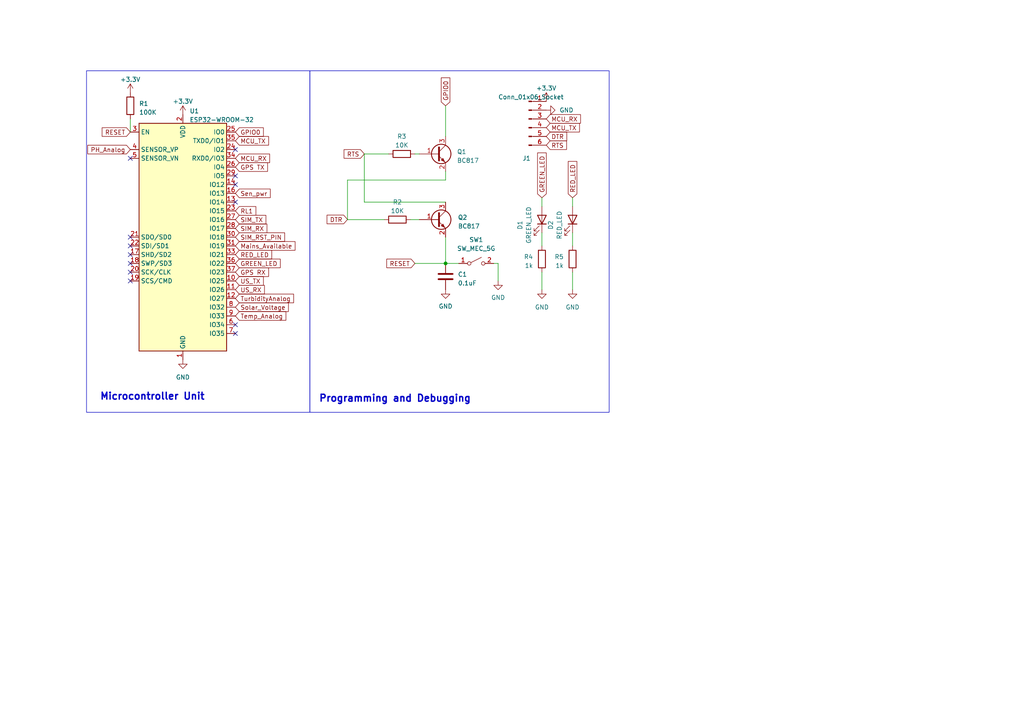
<source format=kicad_sch>
(kicad_sch (version 20230121) (generator eeschema)

  (uuid 4f95f562-f227-4ef6-8603-73a56d9cbfa4)

  (paper "A4")

  (lib_symbols
    (symbol "Connector:Conn_01x06_Pin" (pin_names (offset 1.016) hide) (in_bom yes) (on_board yes)
      (property "Reference" "J" (at 0 7.62 0)
        (effects (font (size 1.27 1.27)))
      )
      (property "Value" "Conn_01x06_Pin" (at 0 -10.16 0)
        (effects (font (size 1.27 1.27)))
      )
      (property "Footprint" "" (at 0 0 0)
        (effects (font (size 1.27 1.27)) hide)
      )
      (property "Datasheet" "~" (at 0 0 0)
        (effects (font (size 1.27 1.27)) hide)
      )
      (property "ki_locked" "" (at 0 0 0)
        (effects (font (size 1.27 1.27)))
      )
      (property "ki_keywords" "connector" (at 0 0 0)
        (effects (font (size 1.27 1.27)) hide)
      )
      (property "ki_description" "Generic connector, single row, 01x06, script generated" (at 0 0 0)
        (effects (font (size 1.27 1.27)) hide)
      )
      (property "ki_fp_filters" "Connector*:*_1x??_*" (at 0 0 0)
        (effects (font (size 1.27 1.27)) hide)
      )
      (symbol "Conn_01x06_Pin_1_1"
        (polyline
          (pts
            (xy 1.27 -7.62)
            (xy 0.8636 -7.62)
          )
          (stroke (width 0.1524) (type default))
          (fill (type none))
        )
        (polyline
          (pts
            (xy 1.27 -5.08)
            (xy 0.8636 -5.08)
          )
          (stroke (width 0.1524) (type default))
          (fill (type none))
        )
        (polyline
          (pts
            (xy 1.27 -2.54)
            (xy 0.8636 -2.54)
          )
          (stroke (width 0.1524) (type default))
          (fill (type none))
        )
        (polyline
          (pts
            (xy 1.27 0)
            (xy 0.8636 0)
          )
          (stroke (width 0.1524) (type default))
          (fill (type none))
        )
        (polyline
          (pts
            (xy 1.27 2.54)
            (xy 0.8636 2.54)
          )
          (stroke (width 0.1524) (type default))
          (fill (type none))
        )
        (polyline
          (pts
            (xy 1.27 5.08)
            (xy 0.8636 5.08)
          )
          (stroke (width 0.1524) (type default))
          (fill (type none))
        )
        (rectangle (start 0.8636 -7.493) (end 0 -7.747)
          (stroke (width 0.1524) (type default))
          (fill (type outline))
        )
        (rectangle (start 0.8636 -4.953) (end 0 -5.207)
          (stroke (width 0.1524) (type default))
          (fill (type outline))
        )
        (rectangle (start 0.8636 -2.413) (end 0 -2.667)
          (stroke (width 0.1524) (type default))
          (fill (type outline))
        )
        (rectangle (start 0.8636 0.127) (end 0 -0.127)
          (stroke (width 0.1524) (type default))
          (fill (type outline))
        )
        (rectangle (start 0.8636 2.667) (end 0 2.413)
          (stroke (width 0.1524) (type default))
          (fill (type outline))
        )
        (rectangle (start 0.8636 5.207) (end 0 4.953)
          (stroke (width 0.1524) (type default))
          (fill (type outline))
        )
        (pin passive line (at 5.08 5.08 180) (length 3.81)
          (name "Pin_1" (effects (font (size 1.27 1.27))))
          (number "1" (effects (font (size 1.27 1.27))))
        )
        (pin passive line (at 5.08 2.54 180) (length 3.81)
          (name "Pin_2" (effects (font (size 1.27 1.27))))
          (number "2" (effects (font (size 1.27 1.27))))
        )
        (pin passive line (at 5.08 0 180) (length 3.81)
          (name "Pin_3" (effects (font (size 1.27 1.27))))
          (number "3" (effects (font (size 1.27 1.27))))
        )
        (pin passive line (at 5.08 -2.54 180) (length 3.81)
          (name "Pin_4" (effects (font (size 1.27 1.27))))
          (number "4" (effects (font (size 1.27 1.27))))
        )
        (pin passive line (at 5.08 -5.08 180) (length 3.81)
          (name "Pin_5" (effects (font (size 1.27 1.27))))
          (number "5" (effects (font (size 1.27 1.27))))
        )
        (pin passive line (at 5.08 -7.62 180) (length 3.81)
          (name "Pin_6" (effects (font (size 1.27 1.27))))
          (number "6" (effects (font (size 1.27 1.27))))
        )
      )
    )
    (symbol "Device:C" (pin_numbers hide) (pin_names (offset 0.254)) (in_bom yes) (on_board yes)
      (property "Reference" "C" (at 0.635 2.54 0)
        (effects (font (size 1.27 1.27)) (justify left))
      )
      (property "Value" "C" (at 0.635 -2.54 0)
        (effects (font (size 1.27 1.27)) (justify left))
      )
      (property "Footprint" "" (at 0.9652 -3.81 0)
        (effects (font (size 1.27 1.27)) hide)
      )
      (property "Datasheet" "~" (at 0 0 0)
        (effects (font (size 1.27 1.27)) hide)
      )
      (property "ki_keywords" "cap capacitor" (at 0 0 0)
        (effects (font (size 1.27 1.27)) hide)
      )
      (property "ki_description" "Unpolarized capacitor" (at 0 0 0)
        (effects (font (size 1.27 1.27)) hide)
      )
      (property "ki_fp_filters" "C_*" (at 0 0 0)
        (effects (font (size 1.27 1.27)) hide)
      )
      (symbol "C_0_1"
        (polyline
          (pts
            (xy -2.032 -0.762)
            (xy 2.032 -0.762)
          )
          (stroke (width 0.508) (type default))
          (fill (type none))
        )
        (polyline
          (pts
            (xy -2.032 0.762)
            (xy 2.032 0.762)
          )
          (stroke (width 0.508) (type default))
          (fill (type none))
        )
      )
      (symbol "C_1_1"
        (pin passive line (at 0 3.81 270) (length 2.794)
          (name "~" (effects (font (size 1.27 1.27))))
          (number "1" (effects (font (size 1.27 1.27))))
        )
        (pin passive line (at 0 -3.81 90) (length 2.794)
          (name "~" (effects (font (size 1.27 1.27))))
          (number "2" (effects (font (size 1.27 1.27))))
        )
      )
    )
    (symbol "Device:LED" (pin_numbers hide) (pin_names (offset 1.016) hide) (in_bom yes) (on_board yes)
      (property "Reference" "D" (at 0 2.54 0)
        (effects (font (size 1.27 1.27)))
      )
      (property "Value" "LED" (at 0 -2.54 0)
        (effects (font (size 1.27 1.27)))
      )
      (property "Footprint" "" (at 0 0 0)
        (effects (font (size 1.27 1.27)) hide)
      )
      (property "Datasheet" "~" (at 0 0 0)
        (effects (font (size 1.27 1.27)) hide)
      )
      (property "ki_keywords" "LED diode" (at 0 0 0)
        (effects (font (size 1.27 1.27)) hide)
      )
      (property "ki_description" "Light emitting diode" (at 0 0 0)
        (effects (font (size 1.27 1.27)) hide)
      )
      (property "ki_fp_filters" "LED* LED_SMD:* LED_THT:*" (at 0 0 0)
        (effects (font (size 1.27 1.27)) hide)
      )
      (symbol "LED_0_1"
        (polyline
          (pts
            (xy -1.27 -1.27)
            (xy -1.27 1.27)
          )
          (stroke (width 0.254) (type default))
          (fill (type none))
        )
        (polyline
          (pts
            (xy -1.27 0)
            (xy 1.27 0)
          )
          (stroke (width 0) (type default))
          (fill (type none))
        )
        (polyline
          (pts
            (xy 1.27 -1.27)
            (xy 1.27 1.27)
            (xy -1.27 0)
            (xy 1.27 -1.27)
          )
          (stroke (width 0.254) (type default))
          (fill (type none))
        )
        (polyline
          (pts
            (xy -3.048 -0.762)
            (xy -4.572 -2.286)
            (xy -3.81 -2.286)
            (xy -4.572 -2.286)
            (xy -4.572 -1.524)
          )
          (stroke (width 0) (type default))
          (fill (type none))
        )
        (polyline
          (pts
            (xy -1.778 -0.762)
            (xy -3.302 -2.286)
            (xy -2.54 -2.286)
            (xy -3.302 -2.286)
            (xy -3.302 -1.524)
          )
          (stroke (width 0) (type default))
          (fill (type none))
        )
      )
      (symbol "LED_1_1"
        (pin passive line (at -3.81 0 0) (length 2.54)
          (name "K" (effects (font (size 1.27 1.27))))
          (number "1" (effects (font (size 1.27 1.27))))
        )
        (pin passive line (at 3.81 0 180) (length 2.54)
          (name "A" (effects (font (size 1.27 1.27))))
          (number "2" (effects (font (size 1.27 1.27))))
        )
      )
    )
    (symbol "Device:R" (pin_numbers hide) (pin_names (offset 0)) (in_bom yes) (on_board yes)
      (property "Reference" "R" (at 2.032 0 90)
        (effects (font (size 1.27 1.27)))
      )
      (property "Value" "R" (at 0 0 90)
        (effects (font (size 1.27 1.27)))
      )
      (property "Footprint" "" (at -1.778 0 90)
        (effects (font (size 1.27 1.27)) hide)
      )
      (property "Datasheet" "~" (at 0 0 0)
        (effects (font (size 1.27 1.27)) hide)
      )
      (property "ki_keywords" "R res resistor" (at 0 0 0)
        (effects (font (size 1.27 1.27)) hide)
      )
      (property "ki_description" "Resistor" (at 0 0 0)
        (effects (font (size 1.27 1.27)) hide)
      )
      (property "ki_fp_filters" "R_*" (at 0 0 0)
        (effects (font (size 1.27 1.27)) hide)
      )
      (symbol "R_0_1"
        (rectangle (start -1.016 -2.54) (end 1.016 2.54)
          (stroke (width 0.254) (type default))
          (fill (type none))
        )
      )
      (symbol "R_1_1"
        (pin passive line (at 0 3.81 270) (length 1.27)
          (name "~" (effects (font (size 1.27 1.27))))
          (number "1" (effects (font (size 1.27 1.27))))
        )
        (pin passive line (at 0 -3.81 90) (length 1.27)
          (name "~" (effects (font (size 1.27 1.27))))
          (number "2" (effects (font (size 1.27 1.27))))
        )
      )
    )
    (symbol "RF_Module:ESP32-WROOM-32" (in_bom yes) (on_board yes)
      (property "Reference" "U" (at -12.7 34.29 0)
        (effects (font (size 1.27 1.27)) (justify left))
      )
      (property "Value" "ESP32-WROOM-32" (at 1.27 34.29 0)
        (effects (font (size 1.27 1.27)) (justify left))
      )
      (property "Footprint" "RF_Module:ESP32-WROOM-32" (at 0 -38.1 0)
        (effects (font (size 1.27 1.27)) hide)
      )
      (property "Datasheet" "https://www.espressif.com/sites/default/files/documentation/esp32-wroom-32_datasheet_en.pdf" (at -7.62 1.27 0)
        (effects (font (size 1.27 1.27)) hide)
      )
      (property "ki_keywords" "RF Radio BT ESP ESP32 Espressif onboard PCB antenna" (at 0 0 0)
        (effects (font (size 1.27 1.27)) hide)
      )
      (property "ki_description" "RF Module, ESP32-D0WDQ6 SoC, Wi-Fi 802.11b/g/n, Bluetooth, BLE, 32-bit, 2.7-3.6V, onboard antenna, SMD" (at 0 0 0)
        (effects (font (size 1.27 1.27)) hide)
      )
      (property "ki_fp_filters" "ESP32?WROOM?32*" (at 0 0 0)
        (effects (font (size 1.27 1.27)) hide)
      )
      (symbol "ESP32-WROOM-32_0_1"
        (rectangle (start -12.7 33.02) (end 12.7 -33.02)
          (stroke (width 0.254) (type default))
          (fill (type background))
        )
      )
      (symbol "ESP32-WROOM-32_1_1"
        (pin power_in line (at 0 -35.56 90) (length 2.54)
          (name "GND" (effects (font (size 1.27 1.27))))
          (number "1" (effects (font (size 1.27 1.27))))
        )
        (pin bidirectional line (at 15.24 -12.7 180) (length 2.54)
          (name "IO25" (effects (font (size 1.27 1.27))))
          (number "10" (effects (font (size 1.27 1.27))))
        )
        (pin bidirectional line (at 15.24 -15.24 180) (length 2.54)
          (name "IO26" (effects (font (size 1.27 1.27))))
          (number "11" (effects (font (size 1.27 1.27))))
        )
        (pin bidirectional line (at 15.24 -17.78 180) (length 2.54)
          (name "IO27" (effects (font (size 1.27 1.27))))
          (number "12" (effects (font (size 1.27 1.27))))
        )
        (pin bidirectional line (at 15.24 10.16 180) (length 2.54)
          (name "IO14" (effects (font (size 1.27 1.27))))
          (number "13" (effects (font (size 1.27 1.27))))
        )
        (pin bidirectional line (at 15.24 15.24 180) (length 2.54)
          (name "IO12" (effects (font (size 1.27 1.27))))
          (number "14" (effects (font (size 1.27 1.27))))
        )
        (pin passive line (at 0 -35.56 90) (length 2.54) hide
          (name "GND" (effects (font (size 1.27 1.27))))
          (number "15" (effects (font (size 1.27 1.27))))
        )
        (pin bidirectional line (at 15.24 12.7 180) (length 2.54)
          (name "IO13" (effects (font (size 1.27 1.27))))
          (number "16" (effects (font (size 1.27 1.27))))
        )
        (pin bidirectional line (at -15.24 -5.08 0) (length 2.54)
          (name "SHD/SD2" (effects (font (size 1.27 1.27))))
          (number "17" (effects (font (size 1.27 1.27))))
        )
        (pin bidirectional line (at -15.24 -7.62 0) (length 2.54)
          (name "SWP/SD3" (effects (font (size 1.27 1.27))))
          (number "18" (effects (font (size 1.27 1.27))))
        )
        (pin bidirectional line (at -15.24 -12.7 0) (length 2.54)
          (name "SCS/CMD" (effects (font (size 1.27 1.27))))
          (number "19" (effects (font (size 1.27 1.27))))
        )
        (pin power_in line (at 0 35.56 270) (length 2.54)
          (name "VDD" (effects (font (size 1.27 1.27))))
          (number "2" (effects (font (size 1.27 1.27))))
        )
        (pin bidirectional line (at -15.24 -10.16 0) (length 2.54)
          (name "SCK/CLK" (effects (font (size 1.27 1.27))))
          (number "20" (effects (font (size 1.27 1.27))))
        )
        (pin bidirectional line (at -15.24 0 0) (length 2.54)
          (name "SDO/SD0" (effects (font (size 1.27 1.27))))
          (number "21" (effects (font (size 1.27 1.27))))
        )
        (pin bidirectional line (at -15.24 -2.54 0) (length 2.54)
          (name "SDI/SD1" (effects (font (size 1.27 1.27))))
          (number "22" (effects (font (size 1.27 1.27))))
        )
        (pin bidirectional line (at 15.24 7.62 180) (length 2.54)
          (name "IO15" (effects (font (size 1.27 1.27))))
          (number "23" (effects (font (size 1.27 1.27))))
        )
        (pin bidirectional line (at 15.24 25.4 180) (length 2.54)
          (name "IO2" (effects (font (size 1.27 1.27))))
          (number "24" (effects (font (size 1.27 1.27))))
        )
        (pin bidirectional line (at 15.24 30.48 180) (length 2.54)
          (name "IO0" (effects (font (size 1.27 1.27))))
          (number "25" (effects (font (size 1.27 1.27))))
        )
        (pin bidirectional line (at 15.24 20.32 180) (length 2.54)
          (name "IO4" (effects (font (size 1.27 1.27))))
          (number "26" (effects (font (size 1.27 1.27))))
        )
        (pin bidirectional line (at 15.24 5.08 180) (length 2.54)
          (name "IO16" (effects (font (size 1.27 1.27))))
          (number "27" (effects (font (size 1.27 1.27))))
        )
        (pin bidirectional line (at 15.24 2.54 180) (length 2.54)
          (name "IO17" (effects (font (size 1.27 1.27))))
          (number "28" (effects (font (size 1.27 1.27))))
        )
        (pin bidirectional line (at 15.24 17.78 180) (length 2.54)
          (name "IO5" (effects (font (size 1.27 1.27))))
          (number "29" (effects (font (size 1.27 1.27))))
        )
        (pin input line (at -15.24 30.48 0) (length 2.54)
          (name "EN" (effects (font (size 1.27 1.27))))
          (number "3" (effects (font (size 1.27 1.27))))
        )
        (pin bidirectional line (at 15.24 0 180) (length 2.54)
          (name "IO18" (effects (font (size 1.27 1.27))))
          (number "30" (effects (font (size 1.27 1.27))))
        )
        (pin bidirectional line (at 15.24 -2.54 180) (length 2.54)
          (name "IO19" (effects (font (size 1.27 1.27))))
          (number "31" (effects (font (size 1.27 1.27))))
        )
        (pin no_connect line (at -12.7 -27.94 0) (length 2.54) hide
          (name "NC" (effects (font (size 1.27 1.27))))
          (number "32" (effects (font (size 1.27 1.27))))
        )
        (pin bidirectional line (at 15.24 -5.08 180) (length 2.54)
          (name "IO21" (effects (font (size 1.27 1.27))))
          (number "33" (effects (font (size 1.27 1.27))))
        )
        (pin bidirectional line (at 15.24 22.86 180) (length 2.54)
          (name "RXD0/IO3" (effects (font (size 1.27 1.27))))
          (number "34" (effects (font (size 1.27 1.27))))
        )
        (pin bidirectional line (at 15.24 27.94 180) (length 2.54)
          (name "TXD0/IO1" (effects (font (size 1.27 1.27))))
          (number "35" (effects (font (size 1.27 1.27))))
        )
        (pin bidirectional line (at 15.24 -7.62 180) (length 2.54)
          (name "IO22" (effects (font (size 1.27 1.27))))
          (number "36" (effects (font (size 1.27 1.27))))
        )
        (pin bidirectional line (at 15.24 -10.16 180) (length 2.54)
          (name "IO23" (effects (font (size 1.27 1.27))))
          (number "37" (effects (font (size 1.27 1.27))))
        )
        (pin passive line (at 0 -35.56 90) (length 2.54) hide
          (name "GND" (effects (font (size 1.27 1.27))))
          (number "38" (effects (font (size 1.27 1.27))))
        )
        (pin passive line (at 0 -35.56 90) (length 2.54) hide
          (name "GND" (effects (font (size 1.27 1.27))))
          (number "39" (effects (font (size 1.27 1.27))))
        )
        (pin input line (at -15.24 25.4 0) (length 2.54)
          (name "SENSOR_VP" (effects (font (size 1.27 1.27))))
          (number "4" (effects (font (size 1.27 1.27))))
        )
        (pin input line (at -15.24 22.86 0) (length 2.54)
          (name "SENSOR_VN" (effects (font (size 1.27 1.27))))
          (number "5" (effects (font (size 1.27 1.27))))
        )
        (pin input line (at 15.24 -25.4 180) (length 2.54)
          (name "IO34" (effects (font (size 1.27 1.27))))
          (number "6" (effects (font (size 1.27 1.27))))
        )
        (pin input line (at 15.24 -27.94 180) (length 2.54)
          (name "IO35" (effects (font (size 1.27 1.27))))
          (number "7" (effects (font (size 1.27 1.27))))
        )
        (pin bidirectional line (at 15.24 -20.32 180) (length 2.54)
          (name "IO32" (effects (font (size 1.27 1.27))))
          (number "8" (effects (font (size 1.27 1.27))))
        )
        (pin bidirectional line (at 15.24 -22.86 180) (length 2.54)
          (name "IO33" (effects (font (size 1.27 1.27))))
          (number "9" (effects (font (size 1.27 1.27))))
        )
      )
    )
    (symbol "Switch:SW_SPST" (pin_names (offset 0) hide) (in_bom yes) (on_board yes)
      (property "Reference" "SW" (at 0 3.175 0)
        (effects (font (size 1.27 1.27)))
      )
      (property "Value" "SW_SPST" (at 0 -2.54 0)
        (effects (font (size 1.27 1.27)))
      )
      (property "Footprint" "" (at 0 0 0)
        (effects (font (size 1.27 1.27)) hide)
      )
      (property "Datasheet" "~" (at 0 0 0)
        (effects (font (size 1.27 1.27)) hide)
      )
      (property "ki_keywords" "switch lever" (at 0 0 0)
        (effects (font (size 1.27 1.27)) hide)
      )
      (property "ki_description" "Single Pole Single Throw (SPST) switch" (at 0 0 0)
        (effects (font (size 1.27 1.27)) hide)
      )
      (symbol "SW_SPST_0_0"
        (circle (center -2.032 0) (radius 0.508)
          (stroke (width 0) (type default))
          (fill (type none))
        )
        (polyline
          (pts
            (xy -1.524 0.254)
            (xy 1.524 1.778)
          )
          (stroke (width 0) (type default))
          (fill (type none))
        )
        (circle (center 2.032 0) (radius 0.508)
          (stroke (width 0) (type default))
          (fill (type none))
        )
      )
      (symbol "SW_SPST_1_1"
        (pin passive line (at -5.08 0 0) (length 2.54)
          (name "A" (effects (font (size 1.27 1.27))))
          (number "1" (effects (font (size 1.27 1.27))))
        )
        (pin passive line (at 5.08 0 180) (length 2.54)
          (name "B" (effects (font (size 1.27 1.27))))
          (number "2" (effects (font (size 1.27 1.27))))
        )
      )
    )
    (symbol "Transistor_BJT:BC817" (pin_names (offset 0) hide) (in_bom yes) (on_board yes)
      (property "Reference" "Q" (at 5.08 1.905 0)
        (effects (font (size 1.27 1.27)) (justify left))
      )
      (property "Value" "BC817" (at 5.08 0 0)
        (effects (font (size 1.27 1.27)) (justify left))
      )
      (property "Footprint" "Package_TO_SOT_SMD:SOT-23" (at 5.08 -1.905 0)
        (effects (font (size 1.27 1.27) italic) (justify left) hide)
      )
      (property "Datasheet" "https://www.onsemi.com/pub/Collateral/BC818-D.pdf" (at 0 0 0)
        (effects (font (size 1.27 1.27)) (justify left) hide)
      )
      (property "ki_keywords" "NPN Transistor" (at 0 0 0)
        (effects (font (size 1.27 1.27)) hide)
      )
      (property "ki_description" "0.8A Ic, 45V Vce, NPN Transistor, SOT-23" (at 0 0 0)
        (effects (font (size 1.27 1.27)) hide)
      )
      (property "ki_fp_filters" "SOT?23*" (at 0 0 0)
        (effects (font (size 1.27 1.27)) hide)
      )
      (symbol "BC817_0_1"
        (polyline
          (pts
            (xy 0.635 0.635)
            (xy 2.54 2.54)
          )
          (stroke (width 0) (type default))
          (fill (type none))
        )
        (polyline
          (pts
            (xy 0.635 -0.635)
            (xy 2.54 -2.54)
            (xy 2.54 -2.54)
          )
          (stroke (width 0) (type default))
          (fill (type none))
        )
        (polyline
          (pts
            (xy 0.635 1.905)
            (xy 0.635 -1.905)
            (xy 0.635 -1.905)
          )
          (stroke (width 0.508) (type default))
          (fill (type none))
        )
        (polyline
          (pts
            (xy 1.27 -1.778)
            (xy 1.778 -1.27)
            (xy 2.286 -2.286)
            (xy 1.27 -1.778)
            (xy 1.27 -1.778)
          )
          (stroke (width 0) (type default))
          (fill (type outline))
        )
        (circle (center 1.27 0) (radius 2.8194)
          (stroke (width 0.254) (type default))
          (fill (type none))
        )
      )
      (symbol "BC817_1_1"
        (pin input line (at -5.08 0 0) (length 5.715)
          (name "B" (effects (font (size 1.27 1.27))))
          (number "1" (effects (font (size 1.27 1.27))))
        )
        (pin passive line (at 2.54 -5.08 90) (length 2.54)
          (name "E" (effects (font (size 1.27 1.27))))
          (number "2" (effects (font (size 1.27 1.27))))
        )
        (pin passive line (at 2.54 5.08 270) (length 2.54)
          (name "C" (effects (font (size 1.27 1.27))))
          (number "3" (effects (font (size 1.27 1.27))))
        )
      )
    )
    (symbol "power:+3.3V" (power) (pin_names (offset 0)) (in_bom yes) (on_board yes)
      (property "Reference" "#PWR" (at 0 -3.81 0)
        (effects (font (size 1.27 1.27)) hide)
      )
      (property "Value" "+3.3V" (at 0 3.556 0)
        (effects (font (size 1.27 1.27)))
      )
      (property "Footprint" "" (at 0 0 0)
        (effects (font (size 1.27 1.27)) hide)
      )
      (property "Datasheet" "" (at 0 0 0)
        (effects (font (size 1.27 1.27)) hide)
      )
      (property "ki_keywords" "global power" (at 0 0 0)
        (effects (font (size 1.27 1.27)) hide)
      )
      (property "ki_description" "Power symbol creates a global label with name \"+3.3V\"" (at 0 0 0)
        (effects (font (size 1.27 1.27)) hide)
      )
      (symbol "+3.3V_0_1"
        (polyline
          (pts
            (xy -0.762 1.27)
            (xy 0 2.54)
          )
          (stroke (width 0) (type default))
          (fill (type none))
        )
        (polyline
          (pts
            (xy 0 0)
            (xy 0 2.54)
          )
          (stroke (width 0) (type default))
          (fill (type none))
        )
        (polyline
          (pts
            (xy 0 2.54)
            (xy 0.762 1.27)
          )
          (stroke (width 0) (type default))
          (fill (type none))
        )
      )
      (symbol "+3.3V_1_1"
        (pin power_in line (at 0 0 90) (length 0) hide
          (name "+3.3V" (effects (font (size 1.27 1.27))))
          (number "1" (effects (font (size 1.27 1.27))))
        )
      )
    )
    (symbol "power:GND" (power) (pin_names (offset 0)) (in_bom yes) (on_board yes)
      (property "Reference" "#PWR" (at 0 -6.35 0)
        (effects (font (size 1.27 1.27)) hide)
      )
      (property "Value" "GND" (at 0 -3.81 0)
        (effects (font (size 1.27 1.27)))
      )
      (property "Footprint" "" (at 0 0 0)
        (effects (font (size 1.27 1.27)) hide)
      )
      (property "Datasheet" "" (at 0 0 0)
        (effects (font (size 1.27 1.27)) hide)
      )
      (property "ki_keywords" "global power" (at 0 0 0)
        (effects (font (size 1.27 1.27)) hide)
      )
      (property "ki_description" "Power symbol creates a global label with name \"GND\" , ground" (at 0 0 0)
        (effects (font (size 1.27 1.27)) hide)
      )
      (symbol "GND_0_1"
        (polyline
          (pts
            (xy 0 0)
            (xy 0 -1.27)
            (xy 1.27 -1.27)
            (xy 0 -2.54)
            (xy -1.27 -1.27)
            (xy 0 -1.27)
          )
          (stroke (width 0) (type default))
          (fill (type none))
        )
      )
      (symbol "GND_1_1"
        (pin power_in line (at 0 0 270) (length 0) hide
          (name "GND" (effects (font (size 1.27 1.27))))
          (number "1" (effects (font (size 1.27 1.27))))
        )
      )
    )
  )

  (junction (at 129.2352 76.4032) (diameter 0) (color 0 0 0 0)
    (uuid df95a71f-6069-4981-9355-3f87e474bfaf)
  )

  (no_connect (at 68.2752 96.7232) (uuid 33863fee-6d9a-471a-96ff-f60900fd53ac))
  (no_connect (at 68.2752 58.6232) (uuid 4ca1df75-9402-4b38-8d39-fbabe0b49db2))
  (no_connect (at 68.2752 53.5432) (uuid 66c96be4-ea7c-4122-bf2f-cc8b3ec0cbde))
  (no_connect (at 37.7952 78.9432) (uuid 6ce7282d-2605-4db2-9ca7-aee015998769))
  (no_connect (at 37.7952 45.9232) (uuid 7bf45542-af53-4450-b3bf-2c45f7c2a2d9))
  (no_connect (at 68.2752 51.0032) (uuid 910e244c-6e78-4023-b1ab-bdfc59e2a0f4))
  (no_connect (at 68.2752 43.3832) (uuid 9e2b68b8-c956-4b2c-b17c-f582c718eced))
  (no_connect (at 37.7952 81.4832) (uuid ae3476da-8cc0-43fc-b10f-2ada6800d85e))
  (no_connect (at 37.7952 68.7832) (uuid b0a96d65-fd19-45fc-858d-c9f49a32384a))
  (no_connect (at 37.7952 71.3232) (uuid b11e4839-c662-41bc-b22c-d6f4755b88a3))
  (no_connect (at 37.7952 73.8632) (uuid b3b90881-909d-46a3-9342-ee0fa5b25133))
  (no_connect (at 37.7952 76.4032) (uuid c94d3b4e-777e-4228-a0c3-96cbf4d16f4d))
  (no_connect (at 68.2752 94.1832) (uuid f6a6f262-0b19-466f-9f22-8657ece91be0))

  (wire (pts (xy 166.0652 78.9432) (xy 166.0652 84.0232))
    (stroke (width 0) (type default))
    (uuid 0c296aab-ab8e-49b2-8b48-af1513884bd7)
  )
  (wire (pts (xy 37.7952 34.4932) (xy 37.7952 38.3032))
    (stroke (width 0) (type default))
    (uuid 225fbb2e-fdf4-466d-841a-98090056ac31)
  )
  (wire (pts (xy 157.1752 59.8932) (xy 157.1752 57.3532))
    (stroke (width 0) (type default))
    (uuid 30c0358a-8523-4fa9-b0cf-ed8e3d8084c3)
  )
  (wire (pts (xy 120.3452 76.4032) (xy 129.2352 76.4032))
    (stroke (width 0) (type default))
    (uuid 383187a3-a11b-4e0f-80d4-25d868f1ac5f)
  )
  (wire (pts (xy 144.4752 76.4032) (xy 144.4752 81.4832))
    (stroke (width 0) (type default))
    (uuid 3f69f36f-2b28-4530-84e1-3dcf54c2c6d4)
  )
  (wire (pts (xy 166.0652 67.5132) (xy 166.0652 71.3232))
    (stroke (width 0) (type default))
    (uuid 40d4e8df-12c8-4383-9b10-3d7042f96076)
  )
  (wire (pts (xy 129.2352 76.4032) (xy 133.0452 76.4032))
    (stroke (width 0) (type default))
    (uuid 472f0f97-4670-4ee3-b00e-1020e3ef7318)
  )
  (wire (pts (xy 105.664 44.6532) (xy 112.7252 44.6532))
    (stroke (width 0) (type default))
    (uuid 4ddacfd1-0311-4530-bfde-7737d91fd11a)
  )
  (wire (pts (xy 144.4752 76.4032) (xy 143.2052 76.4032))
    (stroke (width 0) (type default))
    (uuid 4f086b32-b3a7-4e5d-b420-a64e9eaad52c)
  )
  (wire (pts (xy 166.0652 57.3532) (xy 166.0652 59.8932))
    (stroke (width 0) (type default))
    (uuid 7a39a5a1-c6b0-44f9-aaae-0a471cb4c122)
  )
  (wire (pts (xy 100.7872 52.2224) (xy 100.7872 63.7032))
    (stroke (width 0) (type default))
    (uuid 8497c1cb-fd44-4a34-9ccf-4b8c2fa8a106)
  )
  (wire (pts (xy 129.2352 30.6832) (xy 129.2352 39.5732))
    (stroke (width 0) (type default))
    (uuid 8734d355-ac27-4e6e-a8d5-1a8d4d350f83)
  )
  (wire (pts (xy 119.0752 63.7032) (xy 121.6152 63.7032))
    (stroke (width 0) (type default))
    (uuid 993adcbc-49d6-4150-8e0c-2fe3626a4a09)
  )
  (wire (pts (xy 157.1752 78.9432) (xy 157.1752 84.0232))
    (stroke (width 0) (type default))
    (uuid a0f05900-c9ec-4825-a38c-08c251e61231)
  )
  (wire (pts (xy 129.2352 49.7332) (xy 129.2352 52.2224))
    (stroke (width 0) (type default))
    (uuid b2262fab-dda5-4e5b-ae71-258878efcaaf)
  )
  (wire (pts (xy 129.2352 52.2224) (xy 100.7872 52.2224))
    (stroke (width 0) (type default))
    (uuid c17e1a69-54da-4283-98df-6707ed801bbb)
  )
  (wire (pts (xy 129.2352 68.7832) (xy 129.2352 76.4032))
    (stroke (width 0) (type default))
    (uuid cd2001ba-c881-435e-86c1-3f4075480e61)
  )
  (wire (pts (xy 120.3452 44.6532) (xy 121.6152 44.6532))
    (stroke (width 0) (type default))
    (uuid dc5b2cba-f9f0-4087-8c7c-106df65ffdd2)
  )
  (wire (pts (xy 100.7872 63.7032) (xy 111.4552 63.7032))
    (stroke (width 0) (type default))
    (uuid e31cd7ae-f17a-418c-a4cb-1d5decc371d8)
  )
  (wire (pts (xy 129.2352 58.6232) (xy 105.664 58.6232))
    (stroke (width 0) (type default))
    (uuid e3579ba2-1c6d-44c4-ab88-5f09b49930d2)
  )
  (wire (pts (xy 105.664 58.6232) (xy 105.664 44.6532))
    (stroke (width 0) (type default))
    (uuid f0298f2a-e067-4684-9294-5297a21c3f4f)
  )
  (wire (pts (xy 157.1752 67.5132) (xy 157.1752 71.3232))
    (stroke (width 0) (type default))
    (uuid ff2a1046-b0ab-4982-90e4-d7ae4e2c0625)
  )

  (rectangle (start 89.8652 20.5232) (end 176.6824 119.5832)
    (stroke (width 0) (type default))
    (fill (type none))
    (uuid 3f290912-93be-4169-929e-6ecb6c080d76)
  )
  (rectangle (start 25.0952 20.5232) (end 89.8652 119.5832)
    (stroke (width 0) (type default))
    (fill (type none))
    (uuid 4f2268d6-95fa-4627-9181-d170f3af9759)
  )

  (text "Microcontroller Unit\n\n\n\n" (at 28.9052 125.9332 0)
    (effects (font (size 2 2) (thickness 0.4) bold) (justify left bottom))
    (uuid 413681ae-99e2-42be-8b08-ea49b3f8df1b)
  )
  (text "Programming and Debugging\n\n\n\n\n" (at 92.4052 129.7432 0)
    (effects (font (size 2 2) (thickness 0.4) bold) (justify left bottom))
    (uuid 6b2820f8-c5b3-415c-a8a8-b9e04b97a681)
  )

  (global_label "Mains_Available" (shape input) (at 68.2752 71.3232 0) (fields_autoplaced)
    (effects (font (size 1.27 1.27)) (justify left))
    (uuid 0bb546de-d967-4e75-8b0a-34baf96eb2f2)
    (property "Intersheetrefs" "${INTERSHEET_REFS}" (at 86.0579 71.3232 0)
      (effects (font (size 1.27 1.27)) (justify left) hide)
    )
  )
  (global_label "RESET" (shape input) (at 37.7952 38.3032 180) (fields_autoplaced)
    (effects (font (size 1.27 1.27)) (justify right))
    (uuid 1ef09992-c55e-48ad-9da9-7db8f5dd4980)
    (property "Intersheetrefs" "${INTERSHEET_REFS}" (at 29.1443 38.3032 0)
      (effects (font (size 1.27 1.27)) (justify right) hide)
    )
  )
  (global_label "GPIO0" (shape input) (at 129.2352 30.6832 90) (fields_autoplaced)
    (effects (font (size 1.27 1.27)) (justify left))
    (uuid 334965f8-e501-4451-93f5-2b830092009c)
    (property "Intersheetrefs" "${INTERSHEET_REFS}" (at 129.2352 22.0926 90)
      (effects (font (size 1.27 1.27)) (justify left) hide)
    )
  )
  (global_label "RTS" (shape input) (at 105.664 44.6532 180) (fields_autoplaced)
    (effects (font (size 1.27 1.27)) (justify right))
    (uuid 3df3b8ed-fcdf-4478-9e5d-31343fa9fe86)
    (property "Intersheetrefs" "${INTERSHEET_REFS}" (at 99.3111 44.6532 0)
      (effects (font (size 1.27 1.27)) (justify right) hide)
    )
  )
  (global_label "RTS" (shape input) (at 158.4452 42.1132 0) (fields_autoplaced)
    (effects (font (size 1.27 1.27)) (justify left))
    (uuid 3ec692bc-23af-467a-b51f-5bf7be7b6ce7)
    (property "Intersheetrefs" "${INTERSHEET_REFS}" (at 164.7981 42.1132 0)
      (effects (font (size 1.27 1.27)) (justify left) hide)
    )
  )
  (global_label "MCU_TX" (shape input) (at 158.4452 37.0332 0) (fields_autoplaced)
    (effects (font (size 1.27 1.27)) (justify left))
    (uuid 407c4b92-e8a6-466e-98cd-f11cb0b46b43)
    (property "Intersheetrefs" "${INTERSHEET_REFS}" (at 168.5476 37.0332 0)
      (effects (font (size 1.27 1.27)) (justify left) hide)
    )
  )
  (global_label "Temp_Analog" (shape input) (at 68.2752 91.6432 0) (fields_autoplaced)
    (effects (font (size 1.27 1.27)) (justify left))
    (uuid 44949b5a-f16b-49a7-ba58-9e8b46b7feb2)
    (property "Intersheetrefs" "${INTERSHEET_REFS}" (at 83.3969 91.6432 0)
      (effects (font (size 1.27 1.27)) (justify left) hide)
    )
  )
  (global_label "RED_LED" (shape input) (at 166.0652 57.3532 90) (fields_autoplaced)
    (effects (font (size 1.27 1.27)) (justify left))
    (uuid 49081a67-7b07-4406-ad0d-f181d2531967)
    (property "Intersheetrefs" "${INTERSHEET_REFS}" (at 166.0652 46.3437 90)
      (effects (font (size 1.27 1.27)) (justify left) hide)
    )
  )
  (global_label "GPS TX" (shape input) (at 68.2752 48.4632 0) (fields_autoplaced)
    (effects (font (size 1.27 1.27)) (justify left))
    (uuid 53c7ade2-fd06-45ae-a911-8926c7551924)
    (property "Intersheetrefs" "${INTERSHEET_REFS}" (at 78.0752 48.4632 0)
      (effects (font (size 1.27 1.27)) (justify left) hide)
    )
  )
  (global_label "SIM_RX" (shape input) (at 68.2752 66.2432 0) (fields_autoplaced)
    (effects (font (size 1.27 1.27)) (justify left))
    (uuid 57d4d626-931f-4775-bd5a-a7211f0c5be3)
    (property "Intersheetrefs" "${INTERSHEET_REFS}" (at 77.8938 66.2432 0)
      (effects (font (size 1.27 1.27)) (justify left) hide)
    )
  )
  (global_label "GREEN_LED" (shape input) (at 157.1752 57.3532 90) (fields_autoplaced)
    (effects (font (size 1.27 1.27)) (justify left))
    (uuid 5a67fc16-c20e-4189-b9d0-2c9f41c9a260)
    (property "Intersheetrefs" "${INTERSHEET_REFS}" (at 157.1752 43.8642 90)
      (effects (font (size 1.27 1.27)) (justify left) hide)
    )
  )
  (global_label "RL1" (shape input) (at 68.2752 61.1632 0) (fields_autoplaced)
    (effects (font (size 1.27 1.27)) (justify left))
    (uuid 5c4c1436-bd0b-49cf-8a7a-62b7b49daa4c)
    (property "Intersheetrefs" "${INTERSHEET_REFS}" (at 74.6886 61.1632 0)
      (effects (font (size 1.27 1.27)) (justify left) hide)
    )
  )
  (global_label "SIM_RST_PIN" (shape input) (at 68.2752 68.7832 0) (fields_autoplaced)
    (effects (font (size 1.27 1.27)) (justify left))
    (uuid 65ff927d-4420-4f76-9db5-c52b6950a44c)
    (property "Intersheetrefs" "${INTERSHEET_REFS}" (at 83.0343 68.7832 0)
      (effects (font (size 1.27 1.27)) (justify left) hide)
    )
  )
  (global_label "GPS RX" (shape input) (at 68.2752 78.9432 0) (fields_autoplaced)
    (effects (font (size 1.27 1.27)) (justify left))
    (uuid 734ee90b-ba20-4598-8b28-f62d3ffdd14d)
    (property "Intersheetrefs" "${INTERSHEET_REFS}" (at 78.3776 78.9432 0)
      (effects (font (size 1.27 1.27)) (justify left) hide)
    )
  )
  (global_label "US_TX" (shape input) (at 68.2752 81.4832 0) (fields_autoplaced)
    (effects (font (size 1.27 1.27)) (justify left))
    (uuid 7530ad56-6259-4afd-b74b-e3bde408d1ec)
    (property "Intersheetrefs" "${INTERSHEET_REFS}" (at 76.8657 81.4832 0)
      (effects (font (size 1.27 1.27)) (justify left) hide)
    )
  )
  (global_label "DTR" (shape input) (at 100.7872 63.6524 180) (fields_autoplaced)
    (effects (font (size 1.27 1.27)) (justify right))
    (uuid 81a1fcef-e169-491c-9a1a-8de3a73dd8e5)
    (property "Intersheetrefs" "${INTERSHEET_REFS}" (at 94.3738 63.6524 0)
      (effects (font (size 1.27 1.27)) (justify right) hide)
    )
  )
  (global_label "DTR" (shape input) (at 158.4452 39.5732 0) (fields_autoplaced)
    (effects (font (size 1.27 1.27)) (justify left))
    (uuid 8dc39a4f-0514-4741-add8-d25b4504a7e6)
    (property "Intersheetrefs" "${INTERSHEET_REFS}" (at 164.8586 39.5732 0)
      (effects (font (size 1.27 1.27)) (justify left) hide)
    )
  )
  (global_label "RED_LED" (shape input) (at 68.2752 73.8632 0) (fields_autoplaced)
    (effects (font (size 1.27 1.27)) (justify left))
    (uuid 941eb7cb-b6b6-42da-b6a9-7214b2f32461)
    (property "Intersheetrefs" "${INTERSHEET_REFS}" (at 79.2847 73.8632 0)
      (effects (font (size 1.27 1.27)) (justify left) hide)
    )
  )
  (global_label "MCU_RX" (shape input) (at 68.2752 45.9232 0) (fields_autoplaced)
    (effects (font (size 1.27 1.27)) (justify left))
    (uuid 9a75e53e-83ae-4a48-a27b-1e82ee9ad78d)
    (property "Intersheetrefs" "${INTERSHEET_REFS}" (at 78.68 45.9232 0)
      (effects (font (size 1.27 1.27)) (justify left) hide)
    )
  )
  (global_label "MCU_TX" (shape input) (at 68.2752 40.8432 0) (fields_autoplaced)
    (effects (font (size 1.27 1.27)) (justify left))
    (uuid ae8a9744-0b2b-45e6-8b17-f016e7ae78cd)
    (property "Intersheetrefs" "${INTERSHEET_REFS}" (at 78.3776 40.8432 0)
      (effects (font (size 1.27 1.27)) (justify left) hide)
    )
  )
  (global_label "Sen_pwr" (shape input) (at 68.2752 56.0832 0) (fields_autoplaced)
    (effects (font (size 1.27 1.27)) (justify left))
    (uuid b0699a2d-e43d-4b2f-8754-6a6724901a37)
    (property "Intersheetrefs" "${INTERSHEET_REFS}" (at 78.8614 56.0832 0)
      (effects (font (size 1.27 1.27)) (justify left) hide)
    )
  )
  (global_label "Solar_Voltage" (shape input) (at 68.2752 89.1032 0) (fields_autoplaced)
    (effects (font (size 1.27 1.27)) (justify left))
    (uuid b205659d-f025-4203-9b8c-79bf12e512dc)
    (property "Intersheetrefs" "${INTERSHEET_REFS}" (at 84.1226 89.1032 0)
      (effects (font (size 1.27 1.27)) (justify left) hide)
    )
  )
  (global_label "GREEN_LED" (shape input) (at 68.2752 76.4032 0) (fields_autoplaced)
    (effects (font (size 1.27 1.27)) (justify left))
    (uuid b822a26b-aad1-4520-9074-b4d388f81071)
    (property "Intersheetrefs" "${INTERSHEET_REFS}" (at 81.7642 76.4032 0)
      (effects (font (size 1.27 1.27)) (justify left) hide)
    )
  )
  (global_label "PH_Analog" (shape input) (at 37.7952 43.3832 180) (fields_autoplaced)
    (effects (font (size 1.27 1.27)) (justify right))
    (uuid c8bf2b36-95be-4483-b1b1-2203a4a42b7b)
    (property "Intersheetrefs" "${INTERSHEET_REFS}" (at 24.9715 43.3832 0)
      (effects (font (size 1.27 1.27)) (justify right) hide)
    )
  )
  (global_label "MCU_RX" (shape input) (at 158.4452 34.4932 0) (fields_autoplaced)
    (effects (font (size 1.27 1.27)) (justify left))
    (uuid cf1e0c28-652d-40ad-a660-9e61aebb27a8)
    (property "Intersheetrefs" "${INTERSHEET_REFS}" (at 168.85 34.4932 0)
      (effects (font (size 1.27 1.27)) (justify left) hide)
    )
  )
  (global_label "TurbidityAnalog" (shape input) (at 68.2752 86.5632 0) (fields_autoplaced)
    (effects (font (size 1.27 1.27)) (justify left))
    (uuid d5744d03-56d1-4cb2-bb65-e8ced5fdaf87)
    (property "Intersheetrefs" "${INTERSHEET_REFS}" (at 85.6345 86.5632 0)
      (effects (font (size 1.27 1.27)) (justify left) hide)
    )
  )
  (global_label "US_RX" (shape input) (at 68.2752 84.0232 0) (fields_autoplaced)
    (effects (font (size 1.27 1.27)) (justify left))
    (uuid d8949175-a899-4cfe-9f8b-ab6a059a345e)
    (property "Intersheetrefs" "${INTERSHEET_REFS}" (at 77.1681 84.0232 0)
      (effects (font (size 1.27 1.27)) (justify left) hide)
    )
  )
  (global_label "GPIO0" (shape input) (at 68.2752 38.3032 0) (fields_autoplaced)
    (effects (font (size 1.27 1.27)) (justify left))
    (uuid e28b33ff-6c49-4dd9-8c87-6a91414b299c)
    (property "Intersheetrefs" "${INTERSHEET_REFS}" (at 76.8658 38.3032 0)
      (effects (font (size 1.27 1.27)) (justify left) hide)
    )
  )
  (global_label "RESET" (shape input) (at 120.3452 76.4032 180) (fields_autoplaced)
    (effects (font (size 1.27 1.27)) (justify right))
    (uuid e31ab013-3ce3-4598-a785-b6a193f09d25)
    (property "Intersheetrefs" "${INTERSHEET_REFS}" (at 111.6943 76.4032 0)
      (effects (font (size 1.27 1.27)) (justify right) hide)
    )
  )
  (global_label "SIM_TX" (shape input) (at 68.2752 63.7032 0) (fields_autoplaced)
    (effects (font (size 1.27 1.27)) (justify left))
    (uuid f9f68a2a-2311-4fda-b51e-c1bd49dec276)
    (property "Intersheetrefs" "${INTERSHEET_REFS}" (at 77.5914 63.7032 0)
      (effects (font (size 1.27 1.27)) (justify left) hide)
    )
  )

  (symbol (lib_id "Transistor_BJT:BC817") (at 126.6952 44.6532 0) (unit 1)
    (in_bom yes) (on_board yes) (dnp no) (fields_autoplaced)
    (uuid 0907ac5f-7f03-49b6-b81d-b83834db0e47)
    (property "Reference" "Q1" (at 132.5372 44.0182 0)
      (effects (font (size 1.27 1.27)) (justify left))
    )
    (property "Value" "BC817" (at 132.5372 46.5582 0)
      (effects (font (size 1.27 1.27)) (justify left))
    )
    (property "Footprint" "Package_TO_SOT_SMD:SOT-23" (at 131.7752 46.5582 0)
      (effects (font (size 1.27 1.27) italic) (justify left) hide)
    )
    (property "Datasheet" "https://www.onsemi.com/pub/Collateral/BC818-D.pdf" (at 126.6952 44.6532 0)
      (effects (font (size 1.27 1.27)) (justify left) hide)
    )
    (pin "1" (uuid 9a293fc5-71d0-4f33-8867-ae9c4dd1494f))
    (pin "2" (uuid 49e18aeb-22f3-495e-a1bf-db265ad038d7))
    (pin "3" (uuid 1d6db2a1-0f9b-4cb5-83d8-9c74104c30f4))
    (instances
      (project "RECTIFIED CIRCUIT"
        (path "/15d8fe1c-6bc9-406f-8c82-4650b46b74f7"
          (reference "Q1") (unit 1)
        )
        (path "/15d8fe1c-6bc9-406f-8c82-4650b46b74f7/1f0f5415-ffb3-44c5-a9d5-4b8ede3e9ecd"
          (reference "Q1") (unit 1)
        )
        (path "/15d8fe1c-6bc9-406f-8c82-4650b46b74f7/c8c87f86-0337-4d16-9e62-bb3a8e633059"
          (reference "Q2") (unit 1)
        )
      )
      (project "POWER  WATER CIRCUIT"
        (path "/ed26ffac-5a1b-47b4-af6c-0a896f4f3a48/e160eab0-0e68-46e4-80f2-3805f9ba29a3"
          (reference "Q4") (unit 1)
        )
      )
    )
  )

  (symbol (lib_id "Device:C") (at 129.2352 80.2132 0) (unit 1)
    (in_bom yes) (on_board yes) (dnp no) (fields_autoplaced)
    (uuid 135723d8-0272-4fd1-969f-b92c89f75d4d)
    (property "Reference" "C1" (at 132.7912 79.5782 0)
      (effects (font (size 1.27 1.27)) (justify left))
    )
    (property "Value" "0.1uF" (at 132.7912 82.1182 0)
      (effects (font (size 1.27 1.27)) (justify left))
    )
    (property "Footprint" "Capacitor_SMD:C_0805_2012Metric_Pad1.18x1.45mm_HandSolder" (at 130.2004 84.0232 0)
      (effects (font (size 1.27 1.27)) hide)
    )
    (property "Datasheet" "~" (at 129.2352 80.2132 0)
      (effects (font (size 1.27 1.27)) hide)
    )
    (pin "1" (uuid b8a12605-e4db-49a3-8047-2fc83a332153))
    (pin "2" (uuid 1e7b9c43-45e0-4187-af08-ada83b10cfe0))
    (instances
      (project "RECTIFIED CIRCUIT"
        (path "/15d8fe1c-6bc9-406f-8c82-4650b46b74f7"
          (reference "C1") (unit 1)
        )
        (path "/15d8fe1c-6bc9-406f-8c82-4650b46b74f7/1f0f5415-ffb3-44c5-a9d5-4b8ede3e9ecd"
          (reference "C1") (unit 1)
        )
        (path "/15d8fe1c-6bc9-406f-8c82-4650b46b74f7/c8c87f86-0337-4d16-9e62-bb3a8e633059"
          (reference "C8") (unit 1)
        )
      )
      (project "POWER  WATER CIRCUIT"
        (path "/ed26ffac-5a1b-47b4-af6c-0a896f4f3a48/e160eab0-0e68-46e4-80f2-3805f9ba29a3"
          (reference "C10") (unit 1)
        )
      )
    )
  )

  (symbol (lib_id "Device:LED") (at 166.0652 63.7032 270) (mirror x) (unit 1)
    (in_bom yes) (on_board yes) (dnp no)
    (uuid 15d396f9-ae85-4560-b16d-215a60ac7130)
    (property "Reference" "D2" (at 159.7152 65.2907 0)
      (effects (font (size 1.27 1.27)))
    )
    (property "Value" "RED_LED" (at 162.2552 65.2907 0)
      (effects (font (size 1.27 1.27)))
    )
    (property "Footprint" "LED_SMD:LED_0805_2012Metric_Pad1.15x1.40mm_HandSolder" (at 166.0652 63.7032 0)
      (effects (font (size 1.27 1.27)) hide)
    )
    (property "Datasheet" "~" (at 166.0652 63.7032 0)
      (effects (font (size 1.27 1.27)) hide)
    )
    (pin "1" (uuid 5dd7e103-4b54-4e5d-8c58-5fe781022c72))
    (pin "2" (uuid c4d7cfc7-63d8-436d-a5ba-c9746aa52369))
    (instances
      (project "RECTIFIED CIRCUIT"
        (path "/15d8fe1c-6bc9-406f-8c82-4650b46b74f7"
          (reference "D2") (unit 1)
        )
        (path "/15d8fe1c-6bc9-406f-8c82-4650b46b74f7/1f0f5415-ffb3-44c5-a9d5-4b8ede3e9ecd"
          (reference "D2") (unit 1)
        )
        (path "/15d8fe1c-6bc9-406f-8c82-4650b46b74f7/c8c87f86-0337-4d16-9e62-bb3a8e633059"
          (reference "D9") (unit 1)
        )
      )
      (project "blink v1.0"
        (path "/181f99cd-c15b-4726-80dc-705821ba31be/e675c681-d1e4-4ba2-abd7-52cfd59dc42c"
          (reference "D13") (unit 1)
        )
        (path "/181f99cd-c15b-4726-80dc-705821ba31be/d6b4260d-5f43-482e-8399-a729e2977f86"
          (reference "D18") (unit 1)
        )
        (path "/181f99cd-c15b-4726-80dc-705821ba31be/eef9183d-8e8b-4d8b-85ac-391252f3257c"
          (reference "D61") (unit 1)
        )
      )
      (project "POWER  WATER CIRCUIT"
        (path "/ed26ffac-5a1b-47b4-af6c-0a896f4f3a48/e160eab0-0e68-46e4-80f2-3805f9ba29a3"
          (reference "D9") (unit 1)
        )
      )
    )
  )

  (symbol (lib_id "power:+3.3V") (at 37.7952 26.8732 0) (unit 1)
    (in_bom yes) (on_board yes) (dnp no) (fields_autoplaced)
    (uuid 2a7d6133-b9cb-4770-b7d1-dcff419e3d86)
    (property "Reference" "#PWR01" (at 37.7952 30.6832 0)
      (effects (font (size 1.27 1.27)) hide)
    )
    (property "Value" "+3.3V" (at 37.7952 23.0632 0)
      (effects (font (size 1.27 1.27)))
    )
    (property "Footprint" "" (at 37.7952 26.8732 0)
      (effects (font (size 1.27 1.27)) hide)
    )
    (property "Datasheet" "" (at 37.7952 26.8732 0)
      (effects (font (size 1.27 1.27)) hide)
    )
    (pin "1" (uuid 97ec28e0-c4f9-4e7e-a048-a4dd71556732))
    (instances
      (project "RECTIFIED CIRCUIT"
        (path "/15d8fe1c-6bc9-406f-8c82-4650b46b74f7"
          (reference "#PWR01") (unit 1)
        )
        (path "/15d8fe1c-6bc9-406f-8c82-4650b46b74f7/1f0f5415-ffb3-44c5-a9d5-4b8ede3e9ecd"
          (reference "#PWR01") (unit 1)
        )
        (path "/15d8fe1c-6bc9-406f-8c82-4650b46b74f7/c8c87f86-0337-4d16-9e62-bb3a8e633059"
          (reference "#PWR022") (unit 1)
        )
      )
      (project "POWER  WATER CIRCUIT"
        (path "/ed26ffac-5a1b-47b4-af6c-0a896f4f3a48/e160eab0-0e68-46e4-80f2-3805f9ba29a3"
          (reference "#PWR023") (unit 1)
        )
      )
    )
  )

  (symbol (lib_id "power:GND") (at 166.0652 84.0232 0) (unit 1)
    (in_bom yes) (on_board yes) (dnp no) (fields_autoplaced)
    (uuid 2a7efc99-5806-45e4-ad59-39db3765909c)
    (property "Reference" "#PWR09" (at 166.0652 90.3732 0)
      (effects (font (size 1.27 1.27)) hide)
    )
    (property "Value" "GND" (at 166.0652 89.1032 0)
      (effects (font (size 1.27 1.27)))
    )
    (property "Footprint" "" (at 166.0652 84.0232 0)
      (effects (font (size 1.27 1.27)) hide)
    )
    (property "Datasheet" "" (at 166.0652 84.0232 0)
      (effects (font (size 1.27 1.27)) hide)
    )
    (pin "1" (uuid 360ba6ab-29a7-4acf-b951-cb6feb1b2e1e))
    (instances
      (project "RECTIFIED CIRCUIT"
        (path "/15d8fe1c-6bc9-406f-8c82-4650b46b74f7"
          (reference "#PWR09") (unit 1)
        )
        (path "/15d8fe1c-6bc9-406f-8c82-4650b46b74f7/1f0f5415-ffb3-44c5-a9d5-4b8ede3e9ecd"
          (reference "#PWR010") (unit 1)
        )
        (path "/15d8fe1c-6bc9-406f-8c82-4650b46b74f7/c8c87f86-0337-4d16-9e62-bb3a8e633059"
          (reference "#PWR030") (unit 1)
        )
      )
      (project "POWER  WATER CIRCUIT"
        (path "/ed26ffac-5a1b-47b4-af6c-0a896f4f3a48/e160eab0-0e68-46e4-80f2-3805f9ba29a3"
          (reference "#PWR033") (unit 1)
        )
      )
    )
  )

  (symbol (lib_id "power:GND") (at 129.2352 84.0232 0) (unit 1)
    (in_bom yes) (on_board yes) (dnp no) (fields_autoplaced)
    (uuid 2d7df370-82f8-4419-97c9-85d7b1ddfa13)
    (property "Reference" "#PWR04" (at 129.2352 90.3732 0)
      (effects (font (size 1.27 1.27)) hide)
    )
    (property "Value" "GND" (at 129.2352 88.8492 0)
      (effects (font (size 1.27 1.27)))
    )
    (property "Footprint" "" (at 129.2352 84.0232 0)
      (effects (font (size 1.27 1.27)) hide)
    )
    (property "Datasheet" "" (at 129.2352 84.0232 0)
      (effects (font (size 1.27 1.27)) hide)
    )
    (pin "1" (uuid 22f281ab-586b-4272-b303-0495998e93f2))
    (instances
      (project "RECTIFIED CIRCUIT"
        (path "/15d8fe1c-6bc9-406f-8c82-4650b46b74f7"
          (reference "#PWR04") (unit 1)
        )
        (path "/15d8fe1c-6bc9-406f-8c82-4650b46b74f7/1f0f5415-ffb3-44c5-a9d5-4b8ede3e9ecd"
          (reference "#PWR04") (unit 1)
        )
        (path "/15d8fe1c-6bc9-406f-8c82-4650b46b74f7/c8c87f86-0337-4d16-9e62-bb3a8e633059"
          (reference "#PWR025") (unit 1)
        )
      )
      (project "POWER  WATER CIRCUIT"
        (path "/ed26ffac-5a1b-47b4-af6c-0a896f4f3a48/e160eab0-0e68-46e4-80f2-3805f9ba29a3"
          (reference "#PWR028") (unit 1)
        )
      )
    )
  )

  (symbol (lib_id "Switch:SW_SPST") (at 138.1252 76.4032 0) (unit 1)
    (in_bom yes) (on_board yes) (dnp no) (fields_autoplaced)
    (uuid 2fdc052c-8b79-4e43-a200-907306630cec)
    (property "Reference" "SW1" (at 138.1252 69.5452 0)
      (effects (font (size 1.27 1.27)))
    )
    (property "Value" "SW_MEC_5G" (at 138.1252 72.0852 0)
      (effects (font (size 1.27 1.27)))
    )
    (property "Footprint" "Button_Switch_SMD:SW_SPST_B3U-1000P" (at 138.1252 76.4032 0)
      (effects (font (size 1.27 1.27)) hide)
    )
    (property "Datasheet" "~" (at 138.1252 76.4032 0)
      (effects (font (size 1.27 1.27)) hide)
    )
    (pin "1" (uuid 72e6580d-e308-4023-b7d5-5e31f9f26c7f))
    (pin "2" (uuid 24c477ab-d4ef-48da-b441-a5cbd87dd99d))
    (instances
      (project "RECTIFIED CIRCUIT"
        (path "/15d8fe1c-6bc9-406f-8c82-4650b46b74f7"
          (reference "SW1") (unit 1)
        )
        (path "/15d8fe1c-6bc9-406f-8c82-4650b46b74f7/1f0f5415-ffb3-44c5-a9d5-4b8ede3e9ecd"
          (reference "SW1") (unit 1)
        )
        (path "/15d8fe1c-6bc9-406f-8c82-4650b46b74f7/c8c87f86-0337-4d16-9e62-bb3a8e633059"
          (reference "SW1") (unit 1)
        )
      )
      (project "POWER  WATER CIRCUIT"
        (path "/ed26ffac-5a1b-47b4-af6c-0a896f4f3a48/e160eab0-0e68-46e4-80f2-3805f9ba29a3"
          (reference "SW1") (unit 1)
        )
      )
    )
  )

  (symbol (lib_id "power:GND") (at 53.0352 104.3432 0) (unit 1)
    (in_bom yes) (on_board yes) (dnp no) (fields_autoplaced)
    (uuid 3e5acb21-b31d-4bac-a5e1-19b53c4079fe)
    (property "Reference" "#PWR03" (at 53.0352 110.6932 0)
      (effects (font (size 1.27 1.27)) hide)
    )
    (property "Value" "GND" (at 53.0352 109.4232 0)
      (effects (font (size 1.27 1.27)))
    )
    (property "Footprint" "" (at 53.0352 104.3432 0)
      (effects (font (size 1.27 1.27)) hide)
    )
    (property "Datasheet" "" (at 53.0352 104.3432 0)
      (effects (font (size 1.27 1.27)) hide)
    )
    (pin "1" (uuid 66276dec-a485-4fe8-ae43-c383063da935))
    (instances
      (project "RECTIFIED CIRCUIT"
        (path "/15d8fe1c-6bc9-406f-8c82-4650b46b74f7"
          (reference "#PWR03") (unit 1)
        )
        (path "/15d8fe1c-6bc9-406f-8c82-4650b46b74f7/1f0f5415-ffb3-44c5-a9d5-4b8ede3e9ecd"
          (reference "#PWR03") (unit 1)
        )
        (path "/15d8fe1c-6bc9-406f-8c82-4650b46b74f7/c8c87f86-0337-4d16-9e62-bb3a8e633059"
          (reference "#PWR024") (unit 1)
        )
      )
      (project "POWER  WATER CIRCUIT"
        (path "/ed26ffac-5a1b-47b4-af6c-0a896f4f3a48/e160eab0-0e68-46e4-80f2-3805f9ba29a3"
          (reference "#PWR026") (unit 1)
        )
      )
    )
  )

  (symbol (lib_id "Device:LED") (at 157.1752 63.7032 270) (mirror x) (unit 1)
    (in_bom yes) (on_board yes) (dnp no)
    (uuid 4248eded-1e81-429e-96b6-88715bcd397d)
    (property "Reference" "D1" (at 150.8252 65.2907 0)
      (effects (font (size 1.27 1.27)))
    )
    (property "Value" "GREEN_LED" (at 153.3652 65.2907 0)
      (effects (font (size 1.27 1.27)))
    )
    (property "Footprint" "LED_SMD:LED_0805_2012Metric_Pad1.15x1.40mm_HandSolder" (at 157.1752 63.7032 0)
      (effects (font (size 1.27 1.27)) hide)
    )
    (property "Datasheet" "~" (at 157.1752 63.7032 0)
      (effects (font (size 1.27 1.27)) hide)
    )
    (pin "1" (uuid 25ee8dcf-e8c4-4de9-b72b-1466035d9f48))
    (pin "2" (uuid 6185612d-f430-42dd-9519-891f6b96cc17))
    (instances
      (project "RECTIFIED CIRCUIT"
        (path "/15d8fe1c-6bc9-406f-8c82-4650b46b74f7"
          (reference "D1") (unit 1)
        )
        (path "/15d8fe1c-6bc9-406f-8c82-4650b46b74f7/1f0f5415-ffb3-44c5-a9d5-4b8ede3e9ecd"
          (reference "D1") (unit 1)
        )
        (path "/15d8fe1c-6bc9-406f-8c82-4650b46b74f7/c8c87f86-0337-4d16-9e62-bb3a8e633059"
          (reference "D8") (unit 1)
        )
      )
      (project "blink v1.0"
        (path "/181f99cd-c15b-4726-80dc-705821ba31be/e675c681-d1e4-4ba2-abd7-52cfd59dc42c"
          (reference "D13") (unit 1)
        )
        (path "/181f99cd-c15b-4726-80dc-705821ba31be/d6b4260d-5f43-482e-8399-a729e2977f86"
          (reference "D19") (unit 1)
        )
        (path "/181f99cd-c15b-4726-80dc-705821ba31be/eef9183d-8e8b-4d8b-85ac-391252f3257c"
          (reference "D60") (unit 1)
        )
      )
      (project "POWER  WATER CIRCUIT"
        (path "/ed26ffac-5a1b-47b4-af6c-0a896f4f3a48/e160eab0-0e68-46e4-80f2-3805f9ba29a3"
          (reference "D8") (unit 1)
        )
      )
    )
  )

  (symbol (lib_id "RF_Module:ESP32-WROOM-32") (at 53.0352 68.7832 0) (unit 1)
    (in_bom yes) (on_board yes) (dnp no) (fields_autoplaced)
    (uuid 468fedc1-796c-4f76-8934-fdb3c003da10)
    (property "Reference" "U1" (at 54.9911 32.2072 0)
      (effects (font (size 1.27 1.27)) (justify left))
    )
    (property "Value" "ESP32-WROOM-32" (at 54.9911 34.7472 0)
      (effects (font (size 1.27 1.27)) (justify left))
    )
    (property "Footprint" "RF_Module:ESP32-WROOM-32" (at 53.0352 106.8832 0)
      (effects (font (size 1.27 1.27)) hide)
    )
    (property "Datasheet" "https://www.espressif.com/sites/default/files/documentation/esp32-wroom-32_datasheet_en.pdf" (at 45.4152 67.5132 0)
      (effects (font (size 1.27 1.27)) hide)
    )
    (pin "1" (uuid 833e3037-637b-4527-ab38-24fe442bf7ea))
    (pin "10" (uuid 4fe5ca72-c712-48b8-bc33-80e8005ccc1b))
    (pin "11" (uuid cc9989ee-c974-4207-8364-8b545d9c0181))
    (pin "12" (uuid 99caaa86-5b42-4eae-917e-57e3b0bd436e))
    (pin "13" (uuid 660ec1f6-d4a2-4037-a16f-e904daf7def8))
    (pin "14" (uuid 62c41ecd-a1ca-4b14-a2f6-89eee5963b1b))
    (pin "15" (uuid 1370e6be-db46-4d18-86b7-8d0e09efe421))
    (pin "16" (uuid e3b9338a-2b4f-41f9-ab67-3cc272d86139))
    (pin "17" (uuid b26cb3b3-14ce-4a2e-954d-5ac8468eb404))
    (pin "18" (uuid ecf4eec4-7f31-4d8a-8a52-24ce6e2141a8))
    (pin "19" (uuid 499dd0fc-0093-4fb9-80dc-c35aa015370d))
    (pin "2" (uuid 7d203724-1142-4eb6-90a5-aad47412af06))
    (pin "20" (uuid d460622c-6cc4-481a-8ba1-3d69131582e0))
    (pin "21" (uuid ab180a31-839a-4aeb-b2ac-3b04efbe9c58))
    (pin "22" (uuid ff53e681-2f28-4350-9c95-48a1c2c75189))
    (pin "23" (uuid 8a83f033-d6c8-47e6-9d70-3c157dd5f5b7))
    (pin "24" (uuid 7cdc64f9-3e78-43bd-9703-845d018c0eba))
    (pin "25" (uuid 4fe25db3-a2bd-44c1-bc67-1fd0c28d2073))
    (pin "26" (uuid 7ac365d6-e855-489e-9ae6-66cee05811a0))
    (pin "27" (uuid ae1da4a2-7dec-423f-892e-5087d55c3c2b))
    (pin "28" (uuid b894f836-8b64-4845-915e-4a8b47a93a92))
    (pin "29" (uuid 28ca39cb-2831-4e6f-b484-390854941440))
    (pin "3" (uuid d674d782-263e-4a3a-9a47-de2283018c0b))
    (pin "30" (uuid efb09ac3-5c9c-4055-a22b-c936b30b1ef2))
    (pin "31" (uuid 457d3305-9ca3-4372-b40c-a01ab42eff85))
    (pin "32" (uuid ce9c2d59-f9cb-4676-b01c-4965d3caedec))
    (pin "33" (uuid 8ccafb9e-449a-4fd0-8de6-fa7d5bc7657f))
    (pin "34" (uuid 0ee58107-9a2a-4232-8b26-ab315b88dd6e))
    (pin "35" (uuid 7a7ce4f4-2cb3-4af6-ace3-e13abf190e09))
    (pin "36" (uuid e4511965-dcde-4f7a-bf8a-6615a91cfb71))
    (pin "37" (uuid 37d9b2f2-221d-45d1-b884-97a5fcdf8f27))
    (pin "38" (uuid 3e0b4815-6cba-4d85-8223-74e2702011b0))
    (pin "39" (uuid 7e85fdd1-5567-44ab-89a0-995b9e508f25))
    (pin "4" (uuid 2fbd598a-d8bb-4389-9c53-6b69ed4d0757))
    (pin "5" (uuid 8fd9906a-6972-4893-a5ba-ed5cea38e2a9))
    (pin "6" (uuid fb3fd798-37d5-4959-9d1e-a6f87c69b3d8))
    (pin "7" (uuid 44ff381b-5090-4309-a743-beeea0a42d91))
    (pin "8" (uuid bd4989fa-3cd8-42b3-a8ee-88f2ba800674))
    (pin "9" (uuid ee9b4af7-d03c-44fa-9be4-60f1fe591251))
    (instances
      (project "RECTIFIED CIRCUIT"
        (path "/15d8fe1c-6bc9-406f-8c82-4650b46b74f7"
          (reference "U1") (unit 1)
        )
        (path "/15d8fe1c-6bc9-406f-8c82-4650b46b74f7/1f0f5415-ffb3-44c5-a9d5-4b8ede3e9ecd"
          (reference "U1") (unit 1)
        )
        (path "/15d8fe1c-6bc9-406f-8c82-4650b46b74f7/c8c87f86-0337-4d16-9e62-bb3a8e633059"
          (reference "U5") (unit 1)
        )
      )
      (project "POWER  WATER CIRCUIT"
        (path "/ed26ffac-5a1b-47b4-af6c-0a896f4f3a48/e160eab0-0e68-46e4-80f2-3805f9ba29a3"
          (reference "U4") (unit 1)
        )
      )
    )
  )

  (symbol (lib_id "Device:R") (at 157.1752 75.1332 0) (unit 1)
    (in_bom yes) (on_board yes) (dnp no)
    (uuid 7ba3e9d9-9dfb-4cba-bbc9-9a6e1eea832b)
    (property "Reference" "R4" (at 154.6352 74.4982 0)
      (effects (font (size 1.27 1.27)) (justify right))
    )
    (property "Value" "1k" (at 154.6352 77.0382 0)
      (effects (font (size 1.27 1.27)) (justify right))
    )
    (property "Footprint" "Resistor_SMD:R_0805_2012Metric_Pad1.20x1.40mm_HandSolder" (at 155.3972 75.1332 90)
      (effects (font (size 1.27 1.27)) hide)
    )
    (property "Datasheet" "~" (at 157.1752 75.1332 0)
      (effects (font (size 1.27 1.27)) hide)
    )
    (pin "1" (uuid 9fdf6759-ccdf-4406-a4c5-45e148944f24))
    (pin "2" (uuid 3bea8e41-1f5f-4ab6-8b5c-f558d13789f4))
    (instances
      (project "RECTIFIED CIRCUIT"
        (path "/15d8fe1c-6bc9-406f-8c82-4650b46b74f7"
          (reference "R4") (unit 1)
        )
        (path "/15d8fe1c-6bc9-406f-8c82-4650b46b74f7/1f0f5415-ffb3-44c5-a9d5-4b8ede3e9ecd"
          (reference "R4") (unit 1)
        )
        (path "/15d8fe1c-6bc9-406f-8c82-4650b46b74f7/c8c87f86-0337-4d16-9e62-bb3a8e633059"
          (reference "R17") (unit 1)
        )
      )
      (project "blink v1.0"
        (path "/181f99cd-c15b-4726-80dc-705821ba31be/1c0f240e-c09a-48bd-8c7e-0529ae2b7d93"
          (reference "R2") (unit 1)
        )
        (path "/181f99cd-c15b-4726-80dc-705821ba31be/e675c681-d1e4-4ba2-abd7-52cfd59dc42c"
          (reference "R12") (unit 1)
        )
        (path "/181f99cd-c15b-4726-80dc-705821ba31be/d6b4260d-5f43-482e-8399-a729e2977f86"
          (reference "R95") (unit 1)
        )
        (path "/181f99cd-c15b-4726-80dc-705821ba31be/eef9183d-8e8b-4d8b-85ac-391252f3257c"
          (reference "R162") (unit 1)
        )
      )
      (project "POWER  WATER CIRCUIT"
        (path "/ed26ffac-5a1b-47b4-af6c-0a896f4f3a48/e160eab0-0e68-46e4-80f2-3805f9ba29a3"
          (reference "R19") (unit 1)
        )
      )
    )
  )

  (symbol (lib_id "power:GND") (at 157.1752 84.0232 0) (unit 1)
    (in_bom yes) (on_board yes) (dnp no) (fields_autoplaced)
    (uuid 7fb14927-e0bf-4d3e-9cfe-6016f5cd135e)
    (property "Reference" "#PWR06" (at 157.1752 90.3732 0)
      (effects (font (size 1.27 1.27)) hide)
    )
    (property "Value" "GND" (at 157.1752 89.1032 0)
      (effects (font (size 1.27 1.27)))
    )
    (property "Footprint" "" (at 157.1752 84.0232 0)
      (effects (font (size 1.27 1.27)) hide)
    )
    (property "Datasheet" "" (at 157.1752 84.0232 0)
      (effects (font (size 1.27 1.27)) hide)
    )
    (pin "1" (uuid 1f82ef9d-0ebf-49c6-9820-2ce0bdf80225))
    (instances
      (project "RECTIFIED CIRCUIT"
        (path "/15d8fe1c-6bc9-406f-8c82-4650b46b74f7"
          (reference "#PWR06") (unit 1)
        )
        (path "/15d8fe1c-6bc9-406f-8c82-4650b46b74f7/1f0f5415-ffb3-44c5-a9d5-4b8ede3e9ecd"
          (reference "#PWR06") (unit 1)
        )
        (path "/15d8fe1c-6bc9-406f-8c82-4650b46b74f7/c8c87f86-0337-4d16-9e62-bb3a8e633059"
          (reference "#PWR027") (unit 1)
        )
      )
      (project "POWER  WATER CIRCUIT"
        (path "/ed26ffac-5a1b-47b4-af6c-0a896f4f3a48/e160eab0-0e68-46e4-80f2-3805f9ba29a3"
          (reference "#PWR030") (unit 1)
        )
      )
    )
  )

  (symbol (lib_id "power:GND") (at 144.4752 81.4832 0) (unit 1)
    (in_bom yes) (on_board yes) (dnp no) (fields_autoplaced)
    (uuid 83a9dbba-06fe-4dca-9692-8002bf2db5d8)
    (property "Reference" "#PWR05" (at 144.4752 87.8332 0)
      (effects (font (size 1.27 1.27)) hide)
    )
    (property "Value" "GND" (at 144.4752 86.3092 0)
      (effects (font (size 1.27 1.27)))
    )
    (property "Footprint" "" (at 144.4752 81.4832 0)
      (effects (font (size 1.27 1.27)) hide)
    )
    (property "Datasheet" "" (at 144.4752 81.4832 0)
      (effects (font (size 1.27 1.27)) hide)
    )
    (pin "1" (uuid 71636793-2e4d-4bb7-b831-749c8c2bdfe9))
    (instances
      (project "RECTIFIED CIRCUIT"
        (path "/15d8fe1c-6bc9-406f-8c82-4650b46b74f7"
          (reference "#PWR05") (unit 1)
        )
        (path "/15d8fe1c-6bc9-406f-8c82-4650b46b74f7/1f0f5415-ffb3-44c5-a9d5-4b8ede3e9ecd"
          (reference "#PWR05") (unit 1)
        )
        (path "/15d8fe1c-6bc9-406f-8c82-4650b46b74f7/c8c87f86-0337-4d16-9e62-bb3a8e633059"
          (reference "#PWR026") (unit 1)
        )
      )
      (project "POWER  WATER CIRCUIT"
        (path "/ed26ffac-5a1b-47b4-af6c-0a896f4f3a48/e160eab0-0e68-46e4-80f2-3805f9ba29a3"
          (reference "#PWR029") (unit 1)
        )
      )
    )
  )

  (symbol (lib_id "Device:R") (at 37.7952 30.6832 0) (unit 1)
    (in_bom yes) (on_board yes) (dnp no) (fields_autoplaced)
    (uuid 8bed18d5-99e6-45f2-a0ed-4ac3877fb684)
    (property "Reference" "R1" (at 40.3352 30.0482 0)
      (effects (font (size 1.27 1.27)) (justify left))
    )
    (property "Value" "100K" (at 40.3352 32.5882 0)
      (effects (font (size 1.27 1.27)) (justify left))
    )
    (property "Footprint" "Resistor_SMD:R_0805_2012Metric_Pad1.20x1.40mm_HandSolder" (at 36.0172 30.6832 90)
      (effects (font (size 1.27 1.27)) hide)
    )
    (property "Datasheet" "~" (at 37.7952 30.6832 0)
      (effects (font (size 1.27 1.27)) hide)
    )
    (pin "1" (uuid 1b780905-862c-4bcf-8b11-815b624a6789))
    (pin "2" (uuid c69f64a0-94c8-4609-ba92-05b21dbf1554))
    (instances
      (project "RECTIFIED CIRCUIT"
        (path "/15d8fe1c-6bc9-406f-8c82-4650b46b74f7"
          (reference "R1") (unit 1)
        )
        (path "/15d8fe1c-6bc9-406f-8c82-4650b46b74f7/1f0f5415-ffb3-44c5-a9d5-4b8ede3e9ecd"
          (reference "R1") (unit 1)
        )
        (path "/15d8fe1c-6bc9-406f-8c82-4650b46b74f7/c8c87f86-0337-4d16-9e62-bb3a8e633059"
          (reference "R14") (unit 1)
        )
      )
      (project "POWER  WATER CIRCUIT"
        (path "/ed26ffac-5a1b-47b4-af6c-0a896f4f3a48/e160eab0-0e68-46e4-80f2-3805f9ba29a3"
          (reference "R14") (unit 1)
        )
      )
    )
  )

  (symbol (lib_id "power:+3.3V") (at 158.4452 29.4132 0) (unit 1)
    (in_bom yes) (on_board yes) (dnp no) (fields_autoplaced)
    (uuid 8d78c5c6-0931-448c-8af1-3fe6e84444f9)
    (property "Reference" "#PWR035" (at 158.4452 33.2232 0)
      (effects (font (size 1.27 1.27)) hide)
    )
    (property "Value" "+3.3V" (at 158.4452 25.6032 0)
      (effects (font (size 1.27 1.27)))
    )
    (property "Footprint" "" (at 158.4452 29.4132 0)
      (effects (font (size 1.27 1.27)) hide)
    )
    (property "Datasheet" "" (at 158.4452 29.4132 0)
      (effects (font (size 1.27 1.27)) hide)
    )
    (pin "1" (uuid ba0fd59a-1bb8-4b21-8d73-8d46671faacc))
    (instances
      (project "RECTIFIED CIRCUIT"
        (path "/15d8fe1c-6bc9-406f-8c82-4650b46b74f7"
          (reference "#PWR035") (unit 1)
        )
        (path "/15d8fe1c-6bc9-406f-8c82-4650b46b74f7/1f0f5415-ffb3-44c5-a9d5-4b8ede3e9ecd"
          (reference "#PWR07") (unit 1)
        )
        (path "/15d8fe1c-6bc9-406f-8c82-4650b46b74f7/c8c87f86-0337-4d16-9e62-bb3a8e633059"
          (reference "#PWR028") (unit 1)
        )
      )
      (project "POWER  WATER CIRCUIT"
        (path "/ed26ffac-5a1b-47b4-af6c-0a896f4f3a48/e160eab0-0e68-46e4-80f2-3805f9ba29a3"
          (reference "#PWR031") (unit 1)
        )
      )
    )
  )

  (symbol (lib_id "power:GND") (at 158.4452 31.9532 90) (unit 1)
    (in_bom yes) (on_board yes) (dnp no)
    (uuid 9ebef507-5fb9-463b-8a48-ec5b6529ce74)
    (property "Reference" "#PWR07" (at 164.7952 31.9532 0)
      (effects (font (size 1.27 1.27)) hide)
    )
    (property "Value" "GND" (at 162.2552 31.9532 90)
      (effects (font (size 1.27 1.27)) (justify right))
    )
    (property "Footprint" "" (at 158.4452 31.9532 0)
      (effects (font (size 1.27 1.27)) hide)
    )
    (property "Datasheet" "" (at 158.4452 31.9532 0)
      (effects (font (size 1.27 1.27)) hide)
    )
    (pin "1" (uuid 58b30c28-07bf-49c0-b74c-697023600180))
    (instances
      (project "RECTIFIED CIRCUIT"
        (path "/15d8fe1c-6bc9-406f-8c82-4650b46b74f7"
          (reference "#PWR07") (unit 1)
        )
        (path "/15d8fe1c-6bc9-406f-8c82-4650b46b74f7/1f0f5415-ffb3-44c5-a9d5-4b8ede3e9ecd"
          (reference "#PWR08") (unit 1)
        )
        (path "/15d8fe1c-6bc9-406f-8c82-4650b46b74f7/c8c87f86-0337-4d16-9e62-bb3a8e633059"
          (reference "#PWR029") (unit 1)
        )
      )
      (project "POWER  WATER CIRCUIT"
        (path "/ed26ffac-5a1b-47b4-af6c-0a896f4f3a48/e160eab0-0e68-46e4-80f2-3805f9ba29a3"
          (reference "#PWR032") (unit 1)
        )
      )
    )
  )

  (symbol (lib_id "Device:R") (at 115.2652 63.7032 90) (unit 1)
    (in_bom yes) (on_board yes) (dnp no) (fields_autoplaced)
    (uuid a8a0b0e2-bfd0-49ac-b8ea-ffcf26efeb03)
    (property "Reference" "R2" (at 115.2652 58.6232 90)
      (effects (font (size 1.27 1.27)))
    )
    (property "Value" "10K" (at 115.2652 61.1632 90)
      (effects (font (size 1.27 1.27)))
    )
    (property "Footprint" "Resistor_SMD:R_0805_2012Metric_Pad1.20x1.40mm_HandSolder" (at 115.2652 65.4812 90)
      (effects (font (size 1.27 1.27)) hide)
    )
    (property "Datasheet" "~" (at 115.2652 63.7032 0)
      (effects (font (size 1.27 1.27)) hide)
    )
    (pin "1" (uuid 278f056f-35de-42ed-a4c1-95b0f20f63a6))
    (pin "2" (uuid b77c409e-8455-47ca-9968-ca8898dd4368))
    (instances
      (project "RECTIFIED CIRCUIT"
        (path "/15d8fe1c-6bc9-406f-8c82-4650b46b74f7"
          (reference "R2") (unit 1)
        )
        (path "/15d8fe1c-6bc9-406f-8c82-4650b46b74f7/1f0f5415-ffb3-44c5-a9d5-4b8ede3e9ecd"
          (reference "R2") (unit 1)
        )
        (path "/15d8fe1c-6bc9-406f-8c82-4650b46b74f7/c8c87f86-0337-4d16-9e62-bb3a8e633059"
          (reference "R15") (unit 1)
        )
      )
      (project "POWER  WATER CIRCUIT"
        (path "/ed26ffac-5a1b-47b4-af6c-0a896f4f3a48/e160eab0-0e68-46e4-80f2-3805f9ba29a3"
          (reference "R17") (unit 1)
        )
      )
    )
  )

  (symbol (lib_id "Connector:Conn_01x06_Pin") (at 153.3652 34.4932 0) (unit 1)
    (in_bom yes) (on_board yes) (dnp no) (fields_autoplaced)
    (uuid bda3a574-ebb8-469c-80eb-f4d5c68499f7)
    (property "Reference" "J1" (at 152.7302 45.9232 0)
      (effects (font (size 1.27 1.27)))
    )
    (property "Value" "Conn_01x06_Socket" (at 154.0002 28.1432 0)
      (effects (font (size 1.27 1.27)))
    )
    (property "Footprint" "Connector_PinSocket_2.54mm:PinSocket_1x06_P2.54mm_Vertical" (at 153.3652 34.4932 0)
      (effects (font (size 1.27 1.27)) hide)
    )
    (property "Datasheet" "~" (at 153.3652 34.4932 0)
      (effects (font (size 1.27 1.27)) hide)
    )
    (pin "1" (uuid eeb9b0a2-fb37-48f3-a06b-79b430d9bfbd))
    (pin "2" (uuid dc3e8243-5067-4836-a39a-12c8314aecd5))
    (pin "3" (uuid ea859439-dab6-4c1d-b33c-0a51cbe84d71))
    (pin "4" (uuid ad8773b3-1fbb-466c-9010-c0efce4b6805))
    (pin "5" (uuid 7a02b379-55c6-434a-b6ae-62eec4472c8d))
    (pin "6" (uuid 886bf853-c4af-4c75-ac4f-a6d133ba6f69))
    (instances
      (project "RECTIFIED CIRCUIT"
        (path "/15d8fe1c-6bc9-406f-8c82-4650b46b74f7"
          (reference "J1") (unit 1)
        )
        (path "/15d8fe1c-6bc9-406f-8c82-4650b46b74f7/1f0f5415-ffb3-44c5-a9d5-4b8ede3e9ecd"
          (reference "J1") (unit 1)
        )
        (path "/15d8fe1c-6bc9-406f-8c82-4650b46b74f7/c8c87f86-0337-4d16-9e62-bb3a8e633059"
          (reference "J3") (unit 1)
        )
      )
      (project "POWER  WATER CIRCUIT"
        (path "/ed26ffac-5a1b-47b4-af6c-0a896f4f3a48/e160eab0-0e68-46e4-80f2-3805f9ba29a3"
          (reference "PROG1") (unit 1)
        )
      )
    )
  )

  (symbol (lib_id "Device:R") (at 116.5352 44.6532 90) (unit 1)
    (in_bom yes) (on_board yes) (dnp no) (fields_autoplaced)
    (uuid c665ee3f-d2cf-4caa-bad3-16af1dfc97fd)
    (property "Reference" "R3" (at 116.5352 39.5732 90)
      (effects (font (size 1.27 1.27)))
    )
    (property "Value" "10K" (at 116.5352 42.1132 90)
      (effects (font (size 1.27 1.27)))
    )
    (property "Footprint" "Resistor_SMD:R_0805_2012Metric_Pad1.20x1.40mm_HandSolder" (at 116.5352 46.4312 90)
      (effects (font (size 1.27 1.27)) hide)
    )
    (property "Datasheet" "~" (at 116.5352 44.6532 0)
      (effects (font (size 1.27 1.27)) hide)
    )
    (pin "1" (uuid 091a8630-0f6e-4869-94fe-ded0e94c2c36))
    (pin "2" (uuid 77acc410-3790-4fc4-b7cb-fdaa039cdef4))
    (instances
      (project "RECTIFIED CIRCUIT"
        (path "/15d8fe1c-6bc9-406f-8c82-4650b46b74f7"
          (reference "R3") (unit 1)
        )
        (path "/15d8fe1c-6bc9-406f-8c82-4650b46b74f7/1f0f5415-ffb3-44c5-a9d5-4b8ede3e9ecd"
          (reference "R3") (unit 1)
        )
        (path "/15d8fe1c-6bc9-406f-8c82-4650b46b74f7/c8c87f86-0337-4d16-9e62-bb3a8e633059"
          (reference "R16") (unit 1)
        )
      )
      (project "POWER  WATER CIRCUIT"
        (path "/ed26ffac-5a1b-47b4-af6c-0a896f4f3a48/e160eab0-0e68-46e4-80f2-3805f9ba29a3"
          (reference "R18") (unit 1)
        )
      )
    )
  )

  (symbol (lib_id "Device:R") (at 166.0652 75.1332 0) (unit 1)
    (in_bom yes) (on_board yes) (dnp no)
    (uuid e84aafaa-4977-4956-850c-2ee56804208c)
    (property "Reference" "R5" (at 163.5252 74.4982 0)
      (effects (font (size 1.27 1.27)) (justify right))
    )
    (property "Value" "1k" (at 163.5252 77.0382 0)
      (effects (font (size 1.27 1.27)) (justify right))
    )
    (property "Footprint" "Resistor_SMD:R_0805_2012Metric_Pad1.20x1.40mm_HandSolder" (at 164.2872 75.1332 90)
      (effects (font (size 1.27 1.27)) hide)
    )
    (property "Datasheet" "~" (at 166.0652 75.1332 0)
      (effects (font (size 1.27 1.27)) hide)
    )
    (pin "1" (uuid 46a63180-e38b-4f32-94a4-542b314ef818))
    (pin "2" (uuid 65a505ff-bfb5-42ce-a4c0-a07a29d0c815))
    (instances
      (project "RECTIFIED CIRCUIT"
        (path "/15d8fe1c-6bc9-406f-8c82-4650b46b74f7"
          (reference "R5") (unit 1)
        )
        (path "/15d8fe1c-6bc9-406f-8c82-4650b46b74f7/1f0f5415-ffb3-44c5-a9d5-4b8ede3e9ecd"
          (reference "R5") (unit 1)
        )
        (path "/15d8fe1c-6bc9-406f-8c82-4650b46b74f7/c8c87f86-0337-4d16-9e62-bb3a8e633059"
          (reference "R18") (unit 1)
        )
      )
      (project "blink v1.0"
        (path "/181f99cd-c15b-4726-80dc-705821ba31be/1c0f240e-c09a-48bd-8c7e-0529ae2b7d93"
          (reference "R2") (unit 1)
        )
        (path "/181f99cd-c15b-4726-80dc-705821ba31be/e675c681-d1e4-4ba2-abd7-52cfd59dc42c"
          (reference "R12") (unit 1)
        )
        (path "/181f99cd-c15b-4726-80dc-705821ba31be/d6b4260d-5f43-482e-8399-a729e2977f86"
          (reference "R94") (unit 1)
        )
        (path "/181f99cd-c15b-4726-80dc-705821ba31be/eef9183d-8e8b-4d8b-85ac-391252f3257c"
          (reference "R163") (unit 1)
        )
      )
      (project "POWER  WATER CIRCUIT"
        (path "/ed26ffac-5a1b-47b4-af6c-0a896f4f3a48/e160eab0-0e68-46e4-80f2-3805f9ba29a3"
          (reference "R20") (unit 1)
        )
      )
    )
  )

  (symbol (lib_id "power:+3.3V") (at 53.0352 33.2232 0) (unit 1)
    (in_bom yes) (on_board yes) (dnp no) (fields_autoplaced)
    (uuid ebb19e24-b168-4b35-bcfa-827a45260f97)
    (property "Reference" "#PWR02" (at 53.0352 37.0332 0)
      (effects (font (size 1.27 1.27)) hide)
    )
    (property "Value" "+3.3V" (at 53.0352 29.4132 0)
      (effects (font (size 1.27 1.27)))
    )
    (property "Footprint" "" (at 53.0352 33.2232 0)
      (effects (font (size 1.27 1.27)) hide)
    )
    (property "Datasheet" "" (at 53.0352 33.2232 0)
      (effects (font (size 1.27 1.27)) hide)
    )
    (pin "1" (uuid 3f79bf2c-4087-4e47-98ce-3ac89ae48fa4))
    (instances
      (project "RECTIFIED CIRCUIT"
        (path "/15d8fe1c-6bc9-406f-8c82-4650b46b74f7"
          (reference "#PWR02") (unit 1)
        )
        (path "/15d8fe1c-6bc9-406f-8c82-4650b46b74f7/1f0f5415-ffb3-44c5-a9d5-4b8ede3e9ecd"
          (reference "#PWR02") (unit 1)
        )
        (path "/15d8fe1c-6bc9-406f-8c82-4650b46b74f7/c8c87f86-0337-4d16-9e62-bb3a8e633059"
          (reference "#PWR023") (unit 1)
        )
      )
      (project "POWER  WATER CIRCUIT"
        (path "/ed26ffac-5a1b-47b4-af6c-0a896f4f3a48/e160eab0-0e68-46e4-80f2-3805f9ba29a3"
          (reference "#PWR025") (unit 1)
        )
      )
    )
  )

  (symbol (lib_id "Transistor_BJT:BC817") (at 126.6952 63.7032 0) (unit 1)
    (in_bom yes) (on_board yes) (dnp no) (fields_autoplaced)
    (uuid fd079f7b-4fc0-4422-a880-432668d5b19f)
    (property "Reference" "Q2" (at 132.7912 63.0682 0)
      (effects (font (size 1.27 1.27)) (justify left))
    )
    (property "Value" "BC817" (at 132.7912 65.6082 0)
      (effects (font (size 1.27 1.27)) (justify left))
    )
    (property "Footprint" "Package_TO_SOT_SMD:SOT-23" (at 131.7752 65.6082 0)
      (effects (font (size 1.27 1.27) italic) (justify left) hide)
    )
    (property "Datasheet" "https://www.onsemi.com/pub/Collateral/BC818-D.pdf" (at 126.6952 63.7032 0)
      (effects (font (size 1.27 1.27)) (justify left) hide)
    )
    (pin "1" (uuid eb54c968-3bd4-4666-af34-ded8af9e7477))
    (pin "2" (uuid 4e76c940-fcc7-4e4d-9ee6-c1274e4f5635))
    (pin "3" (uuid 6de1276a-5ae8-40e8-a3e0-d656712ca870))
    (instances
      (project "RECTIFIED CIRCUIT"
        (path "/15d8fe1c-6bc9-406f-8c82-4650b46b74f7"
          (reference "Q2") (unit 1)
        )
        (path "/15d8fe1c-6bc9-406f-8c82-4650b46b74f7/1f0f5415-ffb3-44c5-a9d5-4b8ede3e9ecd"
          (reference "Q2") (unit 1)
        )
        (path "/15d8fe1c-6bc9-406f-8c82-4650b46b74f7/c8c87f86-0337-4d16-9e62-bb3a8e633059"
          (reference "Q3") (unit 1)
        )
      )
      (project "POWER  WATER CIRCUIT"
        (path "/ed26ffac-5a1b-47b4-af6c-0a896f4f3a48/e160eab0-0e68-46e4-80f2-3805f9ba29a3"
          (reference "Q5") (unit 1)
        )
      )
    )
  )
)

</source>
